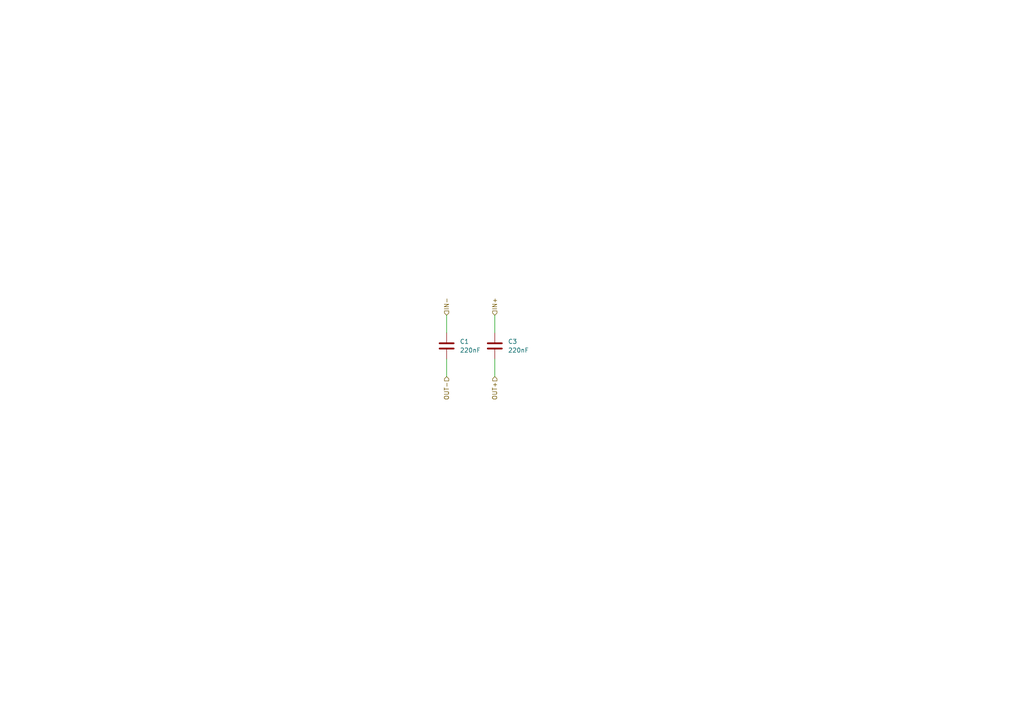
<source format=kicad_sch>
(kicad_sch (version 20250114) (generator "eeschema") (generator_version "9.0")
  (paper "A4")
  (lib_symbols
    (symbol "Device:C" (pin_numbers (hide yes)) (pin_names (offset 0.254))
      (property "Reference" "C" (at 0.635 2.54 0))
      (property "Value" "C" (at 0.635 -2.54 0))
      (symbol "C_0_1"
        (polyline (pts (xy -2.032 0.762) (xy 2.032 0.762)) (stroke (width 0.508)))
        (polyline (pts (xy -2.032 -0.762) (xy 2.032 -0.762)) (stroke (width 0.508)))
      )
      (symbol "C_1_1"
        (pin passive line (at 0 3.81 270) (length 2.794) (name "~") (number "1"))
        (pin passive line (at 0 -3.81 90) (length 2.794) (name "~") (number "2"))
      )
    )
  )
  (wire (pts (xy 129.54 104.14) (xy 129.54 109.22)))
  (wire (pts (xy 143.51 91.44) (xy 143.51 96.52)))
  (wire (pts (xy 143.51 104.14) (xy 143.51 109.22)))
  (wire (pts (xy 129.54 91.44) (xy 129.54 96.52)))
  (hierarchical_label "IN-" (shape input) (at 129.54 91.44 90))
  (hierarchical_label "IN+" (shape input) (at 143.51 91.44 90))
  (hierarchical_label "OUT+" (shape input) (at 143.51 109.22 270))
  (hierarchical_label "OUT-" (shape input) (at 129.54 109.22 270))
  (symbol (lib_id "Device:C") (at 129.54 100.33 0) (unit 1)
    (property "Reference" "C1" (at 133.35 99.0599 0) (effects (justify left)))
    (property "Value" "220nF" (at 133.35 101.5999 0) (effects (justify left)))
    (property "Footprint" "Capacitor_SMD:C_0201_0603Metric" (effects (hide yes)))
    (property "Description" "Unpolarized capacitor" (effects (hide yes)))
    (instances (project "M.2 A Key 2242" (path "" (reference "C1") (unit 1)) (path "" (reference "C2") (unit 1))))
  )
  (symbol (lib_id "Device:C") (at 143.51 100.33 0) (unit 1)
    (property "Reference" "C3" (at 147.32 99.0599 0) (effects (justify left)))
    (property "Value" "220nF" (at 147.32 101.5999 0) (effects (justify left)))
    (property "Footprint" "Capacitor_SMD:C_0201_0603Metric" (effects (hide yes)))
    (property "Description" "Unpolarized capacitor" (effects (hide yes)))
    (instances (project "M.2 A Key 2242" (path "" (reference "C3") (unit 1)) (path "" (reference "C4") (unit 1))))
  )
)
</source>
